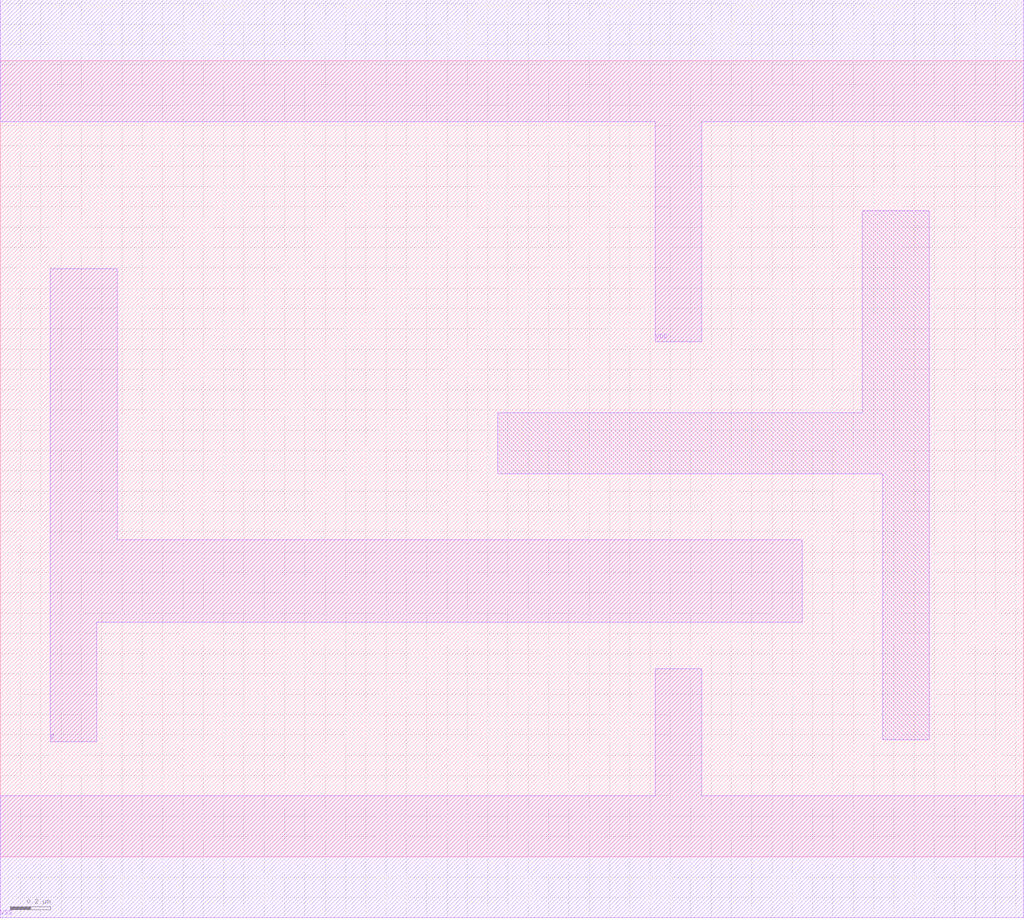
<source format=lef>
# Copyright 2022 GlobalFoundries PDK Authors
#
# Licensed under the Apache License, Version 2.0 (the "License");
# you may not use this file except in compliance with the License.
# You may obtain a copy of the License at
#
#      http://www.apache.org/licenses/LICENSE-2.0
#
# Unless required by applicable law or agreed to in writing, software
# distributed under the License is distributed on an "AS IS" BASIS,
# WITHOUT WARRANTIES OR CONDITIONS OF ANY KIND, either express or implied.
# See the License for the specific language governing permissions and
# limitations under the License.

MACRO gf180mcu_fd_sc_mcu7t5v0__hold
  CLASS core ;
  FOREIGN gf180mcu_fd_sc_mcu7t5v0__hold 0.0 0.0 ;
  ORIGIN 0 0 ;
  SYMMETRY X Y ;
  SITE GF018hv5v_mcu_sc7 ;
  SIZE 5.04 BY 3.92 ;
  PIN Z
    DIRECTION INOUT ;
    ANTENNADIFFAREA 0.4512 ;
    ANTENNAGATEAREA 1.102 ;
    PORT
      LAYER METAL1 ;
        POLYGON 0.245 0.565 0.475 0.565 0.475 1.155 3.95 1.155 3.95 1.56 0.575 1.56 0.575 2.895 0.245 2.895  ;
    END
  END Z
  PIN VDD
    DIRECTION INOUT ;
    USE power ;
    SHAPE ABUTMENT ;
    PORT
      LAYER METAL1 ;
        POLYGON 0 3.62 3.225 3.62 3.225 2.535 3.455 2.535 3.455 3.62 4.575 3.62 5.04 3.62 5.04 4.22 4.575 4.22 0 4.22  ;
    END
  END VDD
  PIN VSS
    DIRECTION INOUT ;
    USE ground ;
    SHAPE ABUTMENT ;
    PORT
      LAYER METAL1 ;
        POLYGON 0 -0.3 5.04 -0.3 5.04 0.3 3.455 0.3 3.455 0.925 3.225 0.925 3.225 0.3 0 0.3  ;
    END
  END VSS
  OBS
      LAYER METAL1 ;
        POLYGON 2.45 1.885 4.345 1.885 4.345 0.575 4.575 0.575 4.575 3.18 4.245 3.18 4.245 2.185 2.45 2.185  ;
  END
END gf180mcu_fd_sc_mcu7t5v0__hold

</source>
